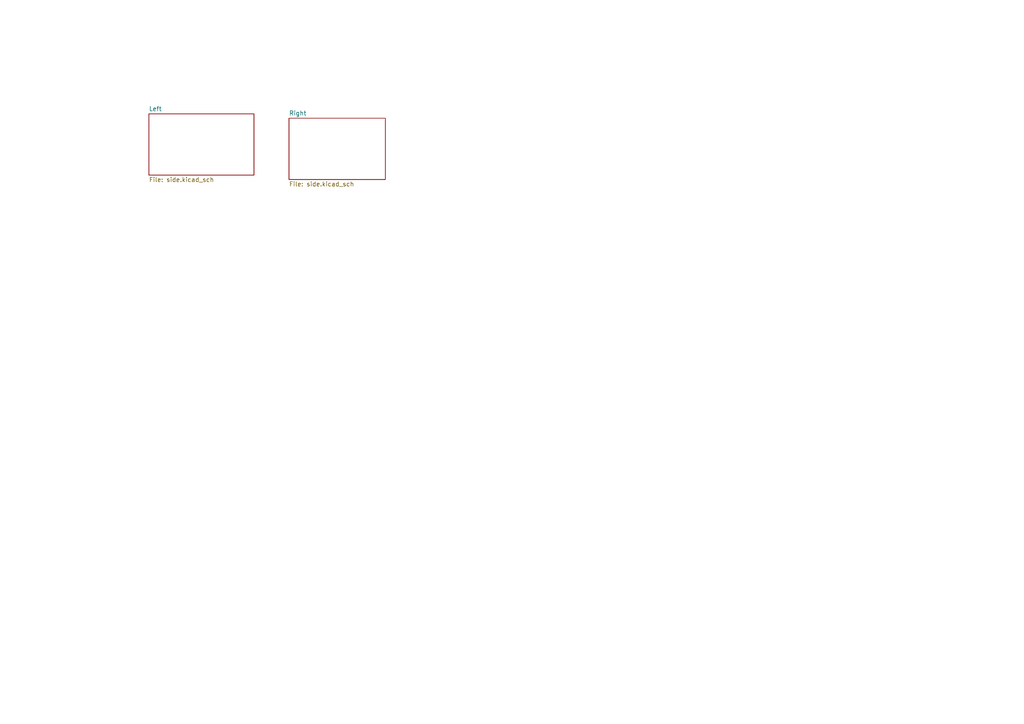
<source format=kicad_sch>
(kicad_sch
	(version 20250114)
	(generator "eeschema")
	(generator_version "9.0")
	(uuid "c9db5bdd-0c3e-4127-8f95-8f7c5a4e3cf9")
	(paper "A4")
	(lib_symbols)
	(sheet
		(at 83.82 34.29)
		(size 27.94 17.78)
		(exclude_from_sim no)
		(in_bom yes)
		(on_board yes)
		(dnp no)
		(fields_autoplaced yes)
		(stroke
			(width 0.1524)
			(type solid)
		)
		(fill
			(color 0 0 0 0.0000)
		)
		(uuid "1f5189d6-814c-46db-8cb7-179954ef011d")
		(property "Sheetname" "Right"
			(at 83.82 33.5784 0)
			(effects
				(font
					(size 1.27 1.27)
				)
				(justify left bottom)
			)
		)
		(property "Sheetfile" "side.kicad_sch"
			(at 83.82 52.6546 0)
			(effects
				(font
					(size 1.27 1.27)
				)
				(justify left top)
			)
		)
		(instances
			(project "Simply Split"
				(path "/c9db5bdd-0c3e-4127-8f95-8f7c5a4e3cf9"
					(page "3")
				)
			)
		)
	)
	(sheet
		(at 43.18 33.02)
		(size 30.48 17.78)
		(exclude_from_sim no)
		(in_bom yes)
		(on_board yes)
		(dnp no)
		(fields_autoplaced yes)
		(stroke
			(width 0.1524)
			(type solid)
		)
		(fill
			(color 0 0 0 0.0000)
		)
		(uuid "4b4e8359-8519-4f4a-b75d-a80abd0e73ac")
		(property "Sheetname" "Left"
			(at 43.18 32.3084 0)
			(effects
				(font
					(size 1.27 1.27)
				)
				(justify left bottom)
			)
		)
		(property "Sheetfile" "side.kicad_sch"
			(at 43.18 51.3846 0)
			(effects
				(font
					(size 1.27 1.27)
				)
				(justify left top)
			)
		)
		(instances
			(project "Simply Split"
				(path "/c9db5bdd-0c3e-4127-8f95-8f7c5a4e3cf9"
					(page "2")
				)
			)
		)
	)
	(sheet_instances
		(path "/"
			(page "1")
		)
	)
	(embedded_fonts no)
)

</source>
